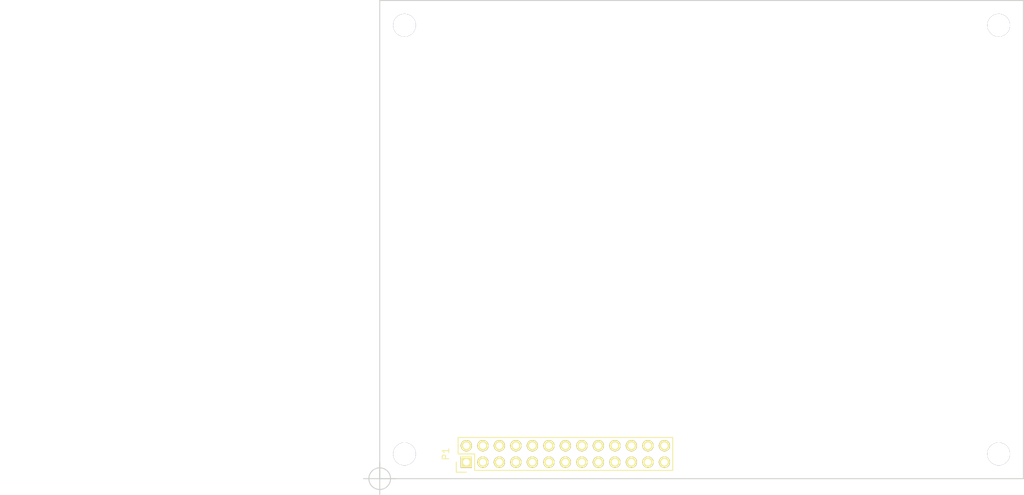
<source format=kicad_pcb>
(kicad_pcb (version 20160815) (host pcbnew no-vcs-found-7409~56~ubuntu16.10.1)

  (general
    (links 1)
    (no_connects 1)
    (area 38.235286 69.47162 197.449762 147.28)
    (thickness 1.6)
    (drawings 18)
    (tracks 0)
    (zones 0)
    (modules 5)
    (nets 26)
  )

  (page A4)
  (layers
    (0 F.Cu signal)
    (31 B.Cu signal)
    (32 B.Adhes user)
    (33 F.Adhes user)
    (34 B.Paste user)
    (35 F.Paste user)
    (36 B.SilkS user)
    (37 F.SilkS user)
    (38 B.Mask user)
    (39 F.Mask user)
    (40 Dwgs.User user)
    (41 Cmts.User user)
    (42 Eco1.User user)
    (43 Eco2.User user)
    (44 Edge.Cuts user)
    (45 Margin user)
    (46 B.CrtYd user)
    (47 F.CrtYd user)
    (48 B.Fab user)
    (49 F.Fab user)
  )

  (setup
    (last_trace_width 0.25)
    (trace_clearance 0.2)
    (zone_clearance 0.508)
    (zone_45_only no)
    (trace_min 0.2)
    (segment_width 0.2)
    (edge_width 0.15)
    (via_size 0.6)
    (via_drill 0.4)
    (via_min_size 0.4)
    (via_min_drill 0.3)
    (uvia_size 0.3)
    (uvia_drill 0.1)
    (uvias_allowed no)
    (uvia_min_size 0.2)
    (uvia_min_drill 0.1)
    (pcb_text_width 0.3)
    (pcb_text_size 1.5 1.5)
    (mod_edge_width 0.15)
    (mod_text_size 1 1)
    (mod_text_width 0.15)
    (pad_size 3.302 3.302)
    (pad_drill 3.302)
    (pad_to_mask_clearance 0.0762)
    (aux_axis_origin 96.52 144.78)
    (grid_origin 96.52 144.78)
    (visible_elements FFFFFF7F)
    (pcbplotparams
      (layerselection 0x000fc_80000001)
      (usegerberextensions false)
      (excludeedgelayer true)
      (linewidth 0.100000)
      (plotframeref false)
      (viasonmask false)
      (mode 1)
      (useauxorigin false)
      (hpglpennumber 1)
      (hpglpenspeed 20)
      (hpglpendiameter 15)
      (psnegative false)
      (psa4output false)
      (plotreference true)
      (plotvalue true)
      (plotinvisibletext false)
      (padsonsilk false)
      (subtractmaskfromsilk false)
      (outputformat 1)
      (mirror false)
      (drillshape 0)
      (scaleselection 1)
      (outputdirectory ""))
  )

  (net 0 "")
  (net 1 GND)
  (net 2 +5V)
  (net 3 +3V3)
  (net 4 GPIO_SPI_CS#)
  (net 5 GPIO_UART1_TXD)
  (net 6 GPIO_SPI_MISO)
  (net 7 GPIO_UART1_RXD)
  (net 8 GPIO_SPI_MOSI)
  (net 9 GPIO_UART1_CTS)
  (net 10 GPIO_SPI_CLK)
  (net 11 GPIO_UART1_RTS)
  (net 12 GPIO_I2C_SCL)
  (net 13 GPIO_I2S_CLK)
  (net 14 GPIO_I2C_SDA)
  (net 15 GPIO_I2S_FRM)
  (net 16 GPIO_UART2_TXD)
  (net 17 GPIO_I2S_DO)
  (net 18 GPIO_UART2_RXD)
  (net 19 GPIO_I2S_DI)
  (net 20 GPIO_S5_0)
  (net 21 GPIO_PWM0)
  (net 22 GPIO_S5_1)
  (net 23 GPIO_PWM1)
  (net 24 GPIO_S5_2)
  (net 25 I2SMCLK_GPIO)

  (net_class Default "This is the default net class."
    (clearance 0.2)
    (trace_width 0.25)
    (via_dia 0.6)
    (via_drill 0.4)
    (uvia_dia 0.3)
    (uvia_drill 0.1)
    (diff_pair_gap 0.25)
    (diff_pair_width 0.2)
    (add_net +3V3)
    (add_net +5V)
    (add_net GND)
    (add_net GPIO_I2C_SCL)
    (add_net GPIO_I2C_SDA)
    (add_net GPIO_I2S_CLK)
    (add_net GPIO_I2S_DI)
    (add_net GPIO_I2S_DO)
    (add_net GPIO_I2S_FRM)
    (add_net GPIO_PWM0)
    (add_net GPIO_PWM1)
    (add_net GPIO_S5_0)
    (add_net GPIO_S5_1)
    (add_net GPIO_S5_2)
    (add_net GPIO_SPI_CLK)
    (add_net GPIO_SPI_CS#)
    (add_net GPIO_SPI_MISO)
    (add_net GPIO_SPI_MOSI)
    (add_net GPIO_UART1_CTS)
    (add_net GPIO_UART1_RTS)
    (add_net GPIO_UART1_RXD)
    (add_net GPIO_UART1_TXD)
    (add_net GPIO_UART2_RXD)
    (add_net GPIO_UART2_TXD)
    (add_net I2SMCLK_GPIO)
  )

  (module Pin_Headers:Pin_Header_Straight_2x13 locked (layer F.Cu) (tedit 577F1E14) (tstamp 57710C62)
    (at 109.855 142.24 90)
    (descr "Through hole pin header")
    (tags "pin header")
    (path /576C994F)
    (fp_text reference P1 (at 1.27 -3.175 90) (layer F.SilkS)
      (effects (font (size 1 1) (thickness 0.15)))
    )
    (fp_text value CONN_02X13 (at 5.08 3.175 180) (layer F.Fab) hide
      (effects (font (size 1 1) (thickness 0.15)))
    )
    (fp_line (start -1.75 -1.75) (end -1.75 32.25) (layer F.CrtYd) (width 0.05))
    (fp_line (start 4.3 -1.75) (end 4.3 32.25) (layer F.CrtYd) (width 0.05))
    (fp_line (start -1.75 -1.75) (end 4.3 -1.75) (layer F.CrtYd) (width 0.05))
    (fp_line (start -1.75 32.25) (end 4.3 32.25) (layer F.CrtYd) (width 0.05))
    (fp_line (start 3.81 -1.27) (end 3.81 31.75) (layer F.SilkS) (width 0.15))
    (fp_line (start -1.27 1.27) (end -1.27 31.75) (layer F.SilkS) (width 0.15))
    (fp_line (start 3.81 31.75) (end -1.27 31.75) (layer F.SilkS) (width 0.15))
    (fp_line (start 3.81 -1.27) (end 1.27 -1.27) (layer F.SilkS) (width 0.15))
    (fp_line (start 0 -1.55) (end -1.55 -1.55) (layer F.SilkS) (width 0.15))
    (fp_line (start 1.27 -1.27) (end 1.27 1.27) (layer F.SilkS) (width 0.15))
    (fp_line (start 1.27 1.27) (end -1.27 1.27) (layer F.SilkS) (width 0.15))
    (fp_line (start -1.55 -1.55) (end -1.55 0) (layer F.SilkS) (width 0.15))
    (pad 1 thru_hole rect (at 0 0 90) (size 1.7272 1.7272) (drill 1.016) (layers *.Cu *.Mask F.SilkS)
      (net 1 GND))
    (pad 2 thru_hole oval (at 2.54 0 90) (size 1.7272 1.7272) (drill 1.016) (layers *.Cu *.Mask F.SilkS)
      (net 1 GND))
    (pad 3 thru_hole oval (at 0 2.54 90) (size 1.7272 1.7272) (drill 1.016) (layers *.Cu *.Mask F.SilkS)
      (net 2 +5V))
    (pad 4 thru_hole oval (at 2.54 2.54 90) (size 1.7272 1.7272) (drill 1.016) (layers *.Cu *.Mask F.SilkS)
      (net 3 +3V3))
    (pad 5 thru_hole oval (at 0 5.08 90) (size 1.7272 1.7272) (drill 1.016) (layers *.Cu *.Mask F.SilkS)
      (net 4 GPIO_SPI_CS#))
    (pad 6 thru_hole oval (at 2.54 5.08 90) (size 1.7272 1.7272) (drill 1.016) (layers *.Cu *.Mask F.SilkS)
      (net 5 GPIO_UART1_TXD))
    (pad 7 thru_hole oval (at 0 7.62 90) (size 1.7272 1.7272) (drill 1.016) (layers *.Cu *.Mask F.SilkS)
      (net 6 GPIO_SPI_MISO))
    (pad 8 thru_hole oval (at 2.54 7.62 90) (size 1.7272 1.7272) (drill 1.016) (layers *.Cu *.Mask F.SilkS)
      (net 7 GPIO_UART1_RXD))
    (pad 9 thru_hole oval (at 0 10.16 90) (size 1.7272 1.7272) (drill 1.016) (layers *.Cu *.Mask F.SilkS)
      (net 8 GPIO_SPI_MOSI))
    (pad 10 thru_hole oval (at 2.54 10.16 90) (size 1.7272 1.7272) (drill 1.016) (layers *.Cu *.Mask F.SilkS)
      (net 9 GPIO_UART1_CTS))
    (pad 11 thru_hole oval (at 0 12.7 90) (size 1.7272 1.7272) (drill 1.016) (layers *.Cu *.Mask F.SilkS)
      (net 10 GPIO_SPI_CLK))
    (pad 12 thru_hole oval (at 2.54 12.7 90) (size 1.7272 1.7272) (drill 1.016) (layers *.Cu *.Mask F.SilkS)
      (net 11 GPIO_UART1_RTS))
    (pad 13 thru_hole oval (at 0 15.24 90) (size 1.7272 1.7272) (drill 1.016) (layers *.Cu *.Mask F.SilkS)
      (net 12 GPIO_I2C_SCL))
    (pad 14 thru_hole oval (at 2.54 15.24 90) (size 1.7272 1.7272) (drill 1.016) (layers *.Cu *.Mask F.SilkS)
      (net 13 GPIO_I2S_CLK))
    (pad 15 thru_hole oval (at 0 17.78 90) (size 1.7272 1.7272) (drill 1.016) (layers *.Cu *.Mask F.SilkS)
      (net 14 GPIO_I2C_SDA))
    (pad 16 thru_hole oval (at 2.54 17.78 90) (size 1.7272 1.7272) (drill 1.016) (layers *.Cu *.Mask F.SilkS)
      (net 15 GPIO_I2S_FRM))
    (pad 17 thru_hole oval (at 0 20.32 90) (size 1.7272 1.7272) (drill 1.016) (layers *.Cu *.Mask F.SilkS)
      (net 16 GPIO_UART2_TXD))
    (pad 18 thru_hole oval (at 2.54 20.32 90) (size 1.7272 1.7272) (drill 1.016) (layers *.Cu *.Mask F.SilkS)
      (net 17 GPIO_I2S_DO))
    (pad 19 thru_hole oval (at 0 22.86 90) (size 1.7272 1.7272) (drill 1.016) (layers *.Cu *.Mask F.SilkS)
      (net 18 GPIO_UART2_RXD))
    (pad 20 thru_hole oval (at 2.54 22.86 90) (size 1.7272 1.7272) (drill 1.016) (layers *.Cu *.Mask F.SilkS)
      (net 19 GPIO_I2S_DI))
    (pad 21 thru_hole oval (at 0 25.4 90) (size 1.7272 1.7272) (drill 1.016) (layers *.Cu *.Mask F.SilkS)
      (net 20 GPIO_S5_0))
    (pad 22 thru_hole oval (at 2.54 25.4 90) (size 1.7272 1.7272) (drill 1.016) (layers *.Cu *.Mask F.SilkS)
      (net 21 GPIO_PWM0))
    (pad 23 thru_hole oval (at 0 27.94 90) (size 1.7272 1.7272) (drill 1.016) (layers *.Cu *.Mask F.SilkS)
      (net 22 GPIO_S5_1))
    (pad 24 thru_hole oval (at 2.54 27.94 90) (size 1.7272 1.7272) (drill 1.016) (layers *.Cu *.Mask F.SilkS)
      (net 23 GPIO_PWM1))
    (pad 25 thru_hole oval (at 0 30.48 90) (size 1.7272 1.7272) (drill 1.016) (layers *.Cu *.Mask F.SilkS)
      (net 24 GPIO_S5_2))
    (pad 26 thru_hole oval (at 2.54 30.48 90) (size 1.7272 1.7272) (drill 1.016) (layers *.Cu *.Mask F.SilkS)
      (net 25 I2SMCLK_GPIO))
    (model Pin_Headers.3dshapes/Pin_Header_Straight_2x13.wrl
      (at (xyz 0.05 -0.6 0))
      (scale (xyz 1 1 1))
      (rotate (xyz 0 0 90))
    )
  )

  (module Mounting_Holes:MountingHole_3-5mm locked (layer F.Cu) (tedit 58633422) (tstamp 577DA462)
    (at 191.77 140.97)
    (descr "Mounting hole, Befestigungsbohrung, 3,5mm, No Annular, Kein Restring,")
    (tags "Mounting hole, Befestigungsbohrung, 3,5mm, No Annular, Kein Restring,")
    (path /58633372)
    (fp_text reference MK2 (at 0 -4.50088) (layer F.SilkS) hide
      (effects (font (size 1 1) (thickness 0.15)))
    )
    (fp_text value Mounting_Hole (at 0 5.00126) (layer F.Fab) hide
      (effects (font (size 1 1) (thickness 0.15)))
    )
    (fp_circle (center 0 0) (end 3.5 0) (layer Cmts.User) (width 0.381))
    (pad 1 thru_hole circle (at 0 0) (size 3.5 3.5) (drill 3.5) (layers))
  )

  (module Mounting_Holes:MountingHole_3-5mm locked (layer F.Cu) (tedit 58633418) (tstamp 577F1CAE)
    (at 100.33 140.97)
    (descr "Mounting hole, Befestigungsbohrung, 3,5mm, No Annular, Kein Restring,")
    (tags "Mounting hole, Befestigungsbohrung, 3,5mm, No Annular, Kein Restring,")
    (path /58633409)
    (fp_text reference MK1 (at 0 -4.50088) (layer F.SilkS) hide
      (effects (font (size 1 1) (thickness 0.15)))
    )
    (fp_text value Mounting_Hole (at 0 5.00126) (layer F.Fab) hide
      (effects (font (size 1 1) (thickness 0.15)))
    )
    (fp_circle (center 0 0) (end 3.5 0) (layer Cmts.User) (width 0.381))
    (pad 1 thru_hole circle (at 0 0) (size 3.5 3.5) (drill 3.5) (layers))
  )

  (module Mounting_Holes:MountingHole_3-5mm locked (layer F.Cu) (tedit 58633440) (tstamp 577F1CB9)
    (at 100.33 74.93)
    (descr "Mounting hole, Befestigungsbohrung, 3,5mm, No Annular, Kein Restring,")
    (tags "Mounting hole, Befestigungsbohrung, 3,5mm, No Annular, Kein Restring,")
    (path /5863348E)
    (fp_text reference MK4 (at 0 -4.50088) (layer F.SilkS) hide
      (effects (font (size 1 1) (thickness 0.15)))
    )
    (fp_text value Mounting_Hole (at 0 5.00126) (layer F.Fab) hide
      (effects (font (size 1 1) (thickness 0.15)))
    )
    (fp_circle (center 0 0) (end 3.5 0) (layer Cmts.User) (width 0.381))
    (pad 1 thru_hole circle (at 0 0) (size 3.5 3.5) (drill 3.5) (layers))
  )

  (module Mounting_Holes:MountingHole_3-5mm locked (layer F.Cu) (tedit 58633432) (tstamp 577F1CC4)
    (at 191.77 74.93)
    (descr "Mounting hole, Befestigungsbohrung, 3,5mm, No Annular, Kein Restring,")
    (tags "Mounting hole, Befestigungsbohrung, 3,5mm, No Annular, Kein Restring,")
    (path /58633454)
    (fp_text reference MK3 (at 0 -4.50088) (layer F.SilkS) hide
      (effects (font (size 1 1) (thickness 0.15)))
    )
    (fp_text value Mounting_Hole (at 0 5.00126) (layer F.Fab) hide
      (effects (font (size 1 1) (thickness 0.15)))
    )
    (fp_circle (center 0 0) (end 3.5 0) (layer Cmts.User) (width 0.381))
    (pad 1 thru_hole circle (at 0 0) (size 3.5 3.5) (drill 3.5) (layers))
  )

  (gr_text "NOTE: NO BOTTOM SIDE OR THROUGH-HOLE\nCOMPONENTS IN THE AREAS DESIGNATED IN THE\nDWGS.USER LAYER TO AVOID COLLISION WITH\nMINNOWBOARD ETHERNET AND USB CONNECTORS." (at 66.421 101.092) (layer Cmts.User)
    (effects (font (size 1.5 1.5) (thickness 0.3)))
  )
  (gr_line (start 176.53 111.02) (end 195.58 97.83) (angle 90) (layer Dwgs.User) (width 0.2))
  (gr_line (start 176.53 97.83) (end 195.58 111.02) (angle 90) (layer Dwgs.User) (width 0.2))
  (gr_line (start 115.57 93.05) (end 96.52 109.15) (angle 90) (layer Dwgs.User) (width 0.2))
  (gr_line (start 96.52 93.05) (end 115.57 109.15) (angle 90) (layer Dwgs.User) (width 0.2))
  (gr_line (start 96.52 109.15) (end 96.52 93.05) (angle 90) (layer Dwgs.User) (width 0.2))
  (gr_line (start 115.57 109.15) (end 96.52 109.15) (angle 90) (layer Dwgs.User) (width 0.2))
  (gr_line (start 115.57 93.05) (end 115.57 109.15) (angle 90) (layer Dwgs.User) (width 0.2))
  (gr_line (start 96.52 93.05) (end 115.57 93.05) (angle 90) (layer Dwgs.User) (width 0.2))
  (gr_line (start 176.53 111.02) (end 176.53 97.83) (angle 90) (layer Dwgs.User) (width 0.2))
  (gr_line (start 195.58 111.02) (end 176.53 111.02) (angle 90) (layer Dwgs.User) (width 0.2))
  (gr_line (start 195.58 97.83) (end 195.58 111.02) (angle 90) (layer Dwgs.User) (width 0.2))
  (gr_line (start 176.53 97.83) (end 195.58 97.83) (angle 90) (layer Dwgs.User) (width 0.2))
  (target plus (at 96.52 144.78) (size 5) (width 0.15) (layer Edge.Cuts))
  (gr_line (start 96.52 71.12) (end 96.52 144.78) (angle 90) (layer Edge.Cuts) (width 0.15))
  (gr_line (start 195.58 71.12) (end 96.52 71.12) (angle 90) (layer Edge.Cuts) (width 0.15))
  (gr_line (start 195.58 144.78) (end 195.58 71.12) (angle 90) (layer Edge.Cuts) (width 0.15))
  (gr_line (start 96.52 144.78) (end 195.58 144.78) (angle 90) (layer Edge.Cuts) (width 0.15))

)

</source>
